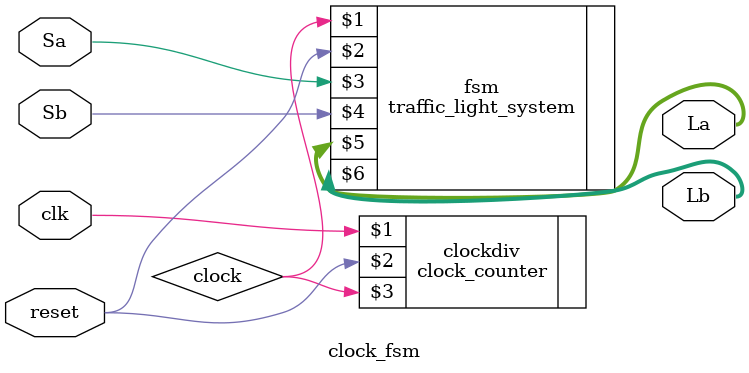
<source format=sv>
`timescale 1ns / 1ps

module clock_fsm(input logic clk, reset, Sa, Sb, output logic [2:0] La, Lb);
    logic clock;
    
    clock_counter clockdiv(clk, reset, clock);
    
    traffic_light_system fsm(clock, reset, Sa, Sb, La, Lb);
    
endmodule

</source>
